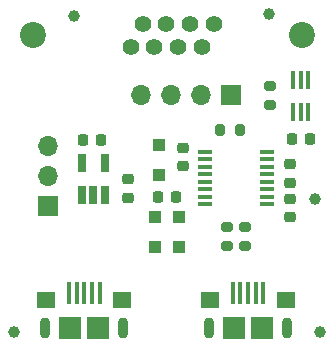
<source format=gbr>
G04 #@! TF.GenerationSoftware,KiCad,Pcbnew,(5.99.0-9812-gfee3c41c40)*
G04 #@! TF.CreationDate,2021-03-20T22:32:52-07:00*
G04 #@! TF.ProjectId,homebreakout,686f6d65-6272-4656-916b-6f75742e6b69,rev?*
G04 #@! TF.SameCoordinates,Original*
G04 #@! TF.FileFunction,Soldermask,Top*
G04 #@! TF.FilePolarity,Negative*
%FSLAX46Y46*%
G04 Gerber Fmt 4.6, Leading zero omitted, Abs format (unit mm)*
G04 Created by KiCad (PCBNEW (5.99.0-9812-gfee3c41c40)) date 2021-03-20 22:32:52*
%MOMM*%
%LPD*%
G01*
G04 APERTURE LIST*
G04 Aperture macros list*
%AMRoundRect*
0 Rectangle with rounded corners*
0 $1 Rounding radius*
0 $2 $3 $4 $5 $6 $7 $8 $9 X,Y pos of 4 corners*
0 Add a 4 corners polygon primitive as box body*
4,1,4,$2,$3,$4,$5,$6,$7,$8,$9,$2,$3,0*
0 Add four circle primitives for the rounded corners*
1,1,$1+$1,$2,$3*
1,1,$1+$1,$4,$5*
1,1,$1+$1,$6,$7*
1,1,$1+$1,$8,$9*
0 Add four rect primitives between the rounded corners*
20,1,$1+$1,$2,$3,$4,$5,0*
20,1,$1+$1,$4,$5,$6,$7,0*
20,1,$1+$1,$6,$7,$8,$9,0*
20,1,$1+$1,$8,$9,$2,$3,0*%
G04 Aperture macros list end*
%ADD10R,0.400000X1.950000*%
%ADD11C,0.500000*%
%ADD12R,1.600000X1.400000*%
%ADD13R,1.900000X1.900000*%
%ADD14O,0.900000X1.800000*%
%ADD15R,0.400000X1.500000*%
%ADD16R,1.000000X1.000000*%
%ADD17RoundRect,0.225000X-0.250000X0.225000X-0.250000X-0.225000X0.250000X-0.225000X0.250000X0.225000X0*%
%ADD18C,2.200000*%
%ADD19C,1.000000*%
%ADD20RoundRect,0.200000X-0.275000X0.200000X-0.275000X-0.200000X0.275000X-0.200000X0.275000X0.200000X0*%
%ADD21RoundRect,0.225000X0.250000X-0.225000X0.250000X0.225000X-0.250000X0.225000X-0.250000X-0.225000X0*%
%ADD22RoundRect,0.225000X0.225000X0.250000X-0.225000X0.250000X-0.225000X-0.250000X0.225000X-0.250000X0*%
%ADD23RoundRect,0.225000X-0.225000X-0.250000X0.225000X-0.250000X0.225000X0.250000X-0.225000X0.250000X0*%
%ADD24RoundRect,0.200000X-0.200000X-0.275000X0.200000X-0.275000X0.200000X0.275000X-0.200000X0.275000X0*%
%ADD25R,0.650000X1.560000*%
%ADD26R,1.200000X0.400000*%
%ADD27C,1.397000*%
%ADD28R,1.700000X1.700000*%
%ADD29O,1.700000X1.700000*%
G04 APERTURE END LIST*
D10*
X168880000Y-118487800D03*
X169530000Y-118487800D03*
X170180000Y-118487800D03*
X170830000Y-118487800D03*
X171480000Y-118487800D03*
D11*
X166880000Y-121462800D03*
X173480000Y-121462800D03*
D12*
X166980000Y-119012800D03*
X173380000Y-119012800D03*
D13*
X171380000Y-121462800D03*
X168980000Y-121462800D03*
D14*
X166880000Y-121462800D03*
X173480000Y-121462800D03*
D15*
X173990000Y-103117000D03*
X174640000Y-103117000D03*
X175290000Y-103117000D03*
X175290000Y-100457000D03*
X174640000Y-100457000D03*
X173990000Y-100457000D03*
D16*
X164338000Y-112034000D03*
X164338000Y-114534000D03*
D17*
X173736000Y-110477000D03*
X173736000Y-112027000D03*
D18*
X152019000Y-96647000D03*
D19*
X171958000Y-94869000D03*
D10*
X155024000Y-118487800D03*
X155674000Y-118487800D03*
X156324000Y-118487800D03*
X156974000Y-118487800D03*
X157624000Y-118487800D03*
D11*
X153024000Y-121462800D03*
X159624000Y-121462800D03*
D12*
X153124000Y-119012800D03*
X159524000Y-119012800D03*
D13*
X157524000Y-121462800D03*
X155124000Y-121462800D03*
D14*
X153024000Y-121462800D03*
X159624000Y-121462800D03*
D20*
X169926000Y-112840000D03*
X169926000Y-114490000D03*
D21*
X160020000Y-110376000D03*
X160020000Y-108826000D03*
D22*
X164097000Y-110363000D03*
X162547000Y-110363000D03*
D23*
X156197000Y-105537000D03*
X157747000Y-105537000D03*
D21*
X173736000Y-109106000D03*
X173736000Y-107556000D03*
X164719000Y-107709000D03*
X164719000Y-106159000D03*
D23*
X173911544Y-105410000D03*
X175461544Y-105410000D03*
D16*
X162306000Y-112034000D03*
X162306000Y-114534000D03*
X162687000Y-105938000D03*
X162687000Y-108438000D03*
D19*
X150368000Y-121793000D03*
X176276000Y-121793000D03*
X155448000Y-94996000D03*
D18*
X174752000Y-96647000D03*
D20*
X168402000Y-112840000D03*
X168402000Y-114490000D03*
D24*
X167831000Y-104648000D03*
X169481000Y-104648000D03*
D20*
X172085000Y-100902000D03*
X172085000Y-102552000D03*
D25*
X156149000Y-110189000D03*
X157099000Y-110189000D03*
X158049000Y-110189000D03*
X158049000Y-107489000D03*
X156149000Y-107489000D03*
D26*
X166564000Y-106489500D03*
X166564000Y-107124500D03*
X166564000Y-107759500D03*
X166564000Y-108394500D03*
X166564000Y-109029500D03*
X166564000Y-109664500D03*
X166564000Y-110299500D03*
X166564000Y-110934500D03*
X171764000Y-110934500D03*
X171764000Y-110299500D03*
X171764000Y-109664500D03*
X171764000Y-109029500D03*
X171764000Y-108394500D03*
X171764000Y-107759500D03*
X171764000Y-107124500D03*
X171764000Y-106489500D03*
D19*
X175895000Y-110490000D03*
D27*
X160274000Y-97663000D03*
X161274001Y-95662999D03*
X162274001Y-97663000D03*
X163274002Y-95662999D03*
X164274000Y-97663000D03*
X165274000Y-95662999D03*
X166274001Y-97663000D03*
X167274001Y-95662999D03*
D28*
X168783000Y-101727000D03*
D29*
X166243000Y-101727000D03*
X163703000Y-101727000D03*
X161163000Y-101727000D03*
D28*
X153289000Y-111125000D03*
D29*
X153289000Y-108585000D03*
X153289000Y-106045000D03*
M02*

</source>
